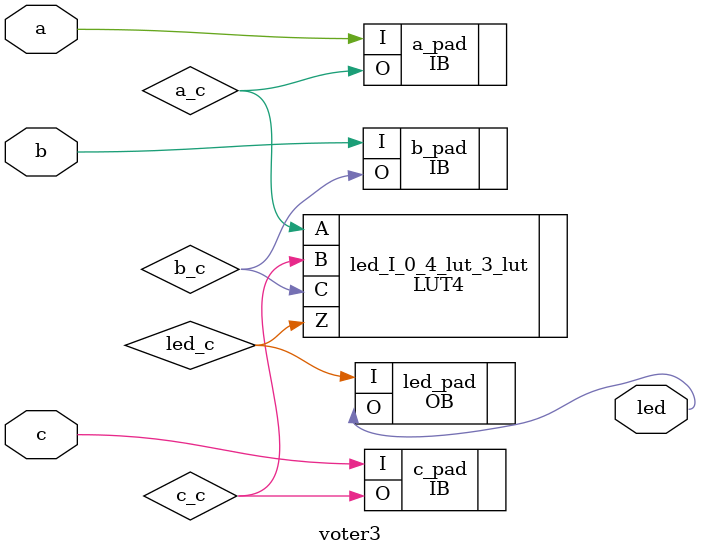
<source format=v>

module voter3 (a, b, c, led) /* synthesis syn_module_defined=1 */ ;   // e:/fpgaproject/stepmxo2/swust/3.voter3/voter3.v(13[8:14])
    input a;   // e:/fpgaproject/stepmxo2/swust/3.voter3/voter3.v(15[12:13])
    input b;   // e:/fpgaproject/stepmxo2/swust/3.voter3/voter3.v(16[12:13])
    input c;   // e:/fpgaproject/stepmxo2/swust/3.voter3/voter3.v(17[12:13])
    output led;   // e:/fpgaproject/stepmxo2/swust/3.voter3/voter3.v(18[13:16])
    
    
    wire a_c, b_c, c_c, led_c, VCC_net, GND_net;
    
    GSR GSR_INST (.GSR(VCC_net));
    VHI i26 (.Z(VCC_net));
    LUT4 led_I_0_4_lut_3_lut (.A(a_c), .B(c_c), .C(b_c), .Z(led_c)) /* synthesis lut_function=(A (B+(C))+!A (B (C))) */ ;   // e:/fpgaproject/stepmxo2/swust/3.voter3/voter3.v(21[15:26])
    defparam led_I_0_4_lut_3_lut.init = 16'he8e8;
    VLO i32 (.Z(GND_net));
    OB led_pad (.I(led_c), .O(led));   // e:/fpgaproject/stepmxo2/swust/3.voter3/voter3.v(18[13:16])
    IB a_pad (.I(a), .O(a_c));   // e:/fpgaproject/stepmxo2/swust/3.voter3/voter3.v(15[12:13])
    IB b_pad (.I(b), .O(b_c));   // e:/fpgaproject/stepmxo2/swust/3.voter3/voter3.v(16[12:13])
    IB c_pad (.I(c), .O(c_c));   // e:/fpgaproject/stepmxo2/swust/3.voter3/voter3.v(17[12:13])
    PUR PUR_INST (.PUR(VCC_net));
    defparam PUR_INST.RST_PULSE = 1;
    TSALL TSALL_INST (.TSALL(GND_net));
    
endmodule
//
// Verilog Description of module PUR
// module not written out since it is a black-box. 
//

//
// Verilog Description of module TSALL
// module not written out since it is a black-box. 
//


</source>
